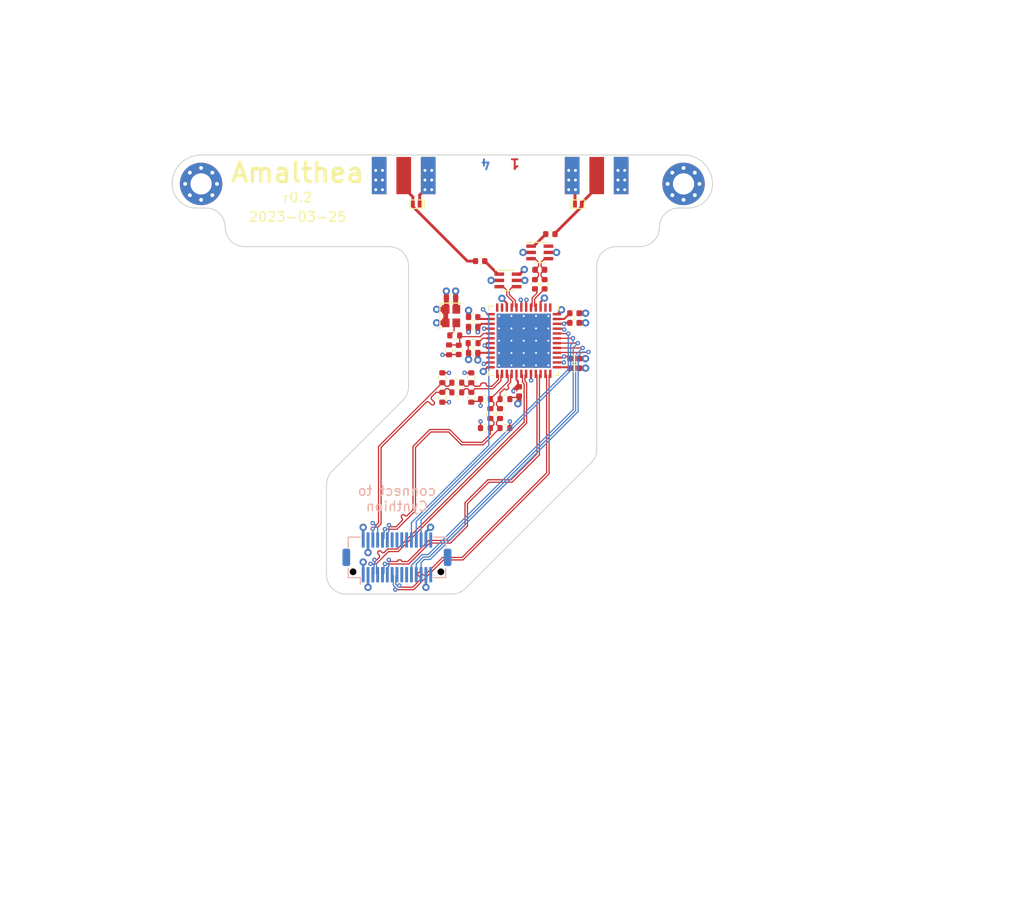
<source format=kicad_pcb>
(kicad_pcb (version 20221018) (generator pcbnew)
  (title_block (title "Amalthea") (date "2023-03-25") (rev "r0.2") (company "Copyright 2020-2023 Great Scott Gadgets") (comment 1 "Licensed under the CERN-OHL-P v2"))
  (layers (0 "F.Cu" signal) (1 "In1.Cu" power) (2 "In2.Cu" power) (31 "B.Cu" signal) (34 "B.Paste" user) (35 "F.Paste" user) (36 "B.SilkS" user "B.Silkscreen") (37 "F.SilkS" user "F.Silkscreen") (38 "B.Mask" user) (39 "F.Mask" user) (44 "Edge.Cuts" user))
  (net 0 "")
  (net 1 "+3V3")
  (net 2 "GND")
  (net 3 "Net-(U1-TCXO)")
  (net 4 "Net-(U1-AVDD1)")
  (net 5 "Net-(U1-AVDD0)")
  (net 6 "Net-(U1-DVDD)")
  (net 7 "Net-(T1-PR1)")
  (net 8 "/RF24_N")
  (net 9 "/RF24_P")
  (net 10 "Net-(T1-PR2)")
  (net 11 "/RF24")
  (net 12 "Net-(T1-S1)")
  (net 13 "/RF09")
  (net 14 "Net-(T2-UBP)")
  (net 16 "/PICO")
  (net 17 "/SCLK")
  (net 18 "/~{RSTN}")
  (net 21 "/RXD24_N")
  (net 22 "/RXD24_P")
  (net 23 "/RXCLK_N")
  (net 24 "/RXCLK_P")
  (net 25 "/TXD_N")
  (net 26 "/TXD_P")
  (net 27 "/TXCLK_P")
  (net 28 "/TXCLK_N")
  (net 29 "/RXD09_P")
  (net 30 "/RXD09_N")
  (net 35 "/IRQ")
  (net 36 "/~{SELN}")
  (net 37 "/POCI")
  (net 39 "Net-(U1-XTAL2)")
  (net 40 "Net-(U1-TXCLKN)")
  (net 41 "Net-(U1-TXCLKP)")
  (net 42 "Net-(U1-TXDN)")
  (net 43 "Net-(U1-TXDP)")
  (net 44 "Net-(U2-OUT)")
  (net 45 "/RF09_N")
  (net 46 "/RF09_P")
  (footprint "Capacitor_SMD:C_0402_1005Metric" (layer "F.Cu") (at 139.96 88.5 -90)
    (fp_text reference "C14" hide)
    (fp_text value "1uF")
  )
  (footprint "Capacitor_SMD:C_0402_1005Metric" (layer "F.Cu") (at 145.7 86.1)
    (fp_text reference "C6" hide)
    (fp_text value "1uF")
  )
  (footprint "Resistor_SMD:R_0402_1005Metric" (layer "F.Cu") (at 136.98 90.8 90)
    (fp_text reference "R13" hide)
    (fp_text value "47")
  )
  (footprint "RF_Converter:Balun_Johanson_0896BM15A0001" (layer "F.Cu") (at 138.8 77)
    (fp_text reference "T2" hide)
    (fp_text value "BALUN09")
  )
  (footprint "amalthea:DFN1006-2" (layer "F.Cu") (at 146.1 69.1)
    (fp_text reference "D1" hide)
    (fp_text value "D_TVS")
  )
  (footprint "Resistor_SMD:R_0402_1005Metric" (layer "F.Cu") (at 137.98 90.8 90)
    (fp_text reference "R16" hide)
    (fp_text value "47")
  )
  (footprint "Resistor_SMD:R_0402_1005Metric" (layer "F.Cu") (at 132 87.09 90)
    (fp_text reference "R9" hide)
    (fp_text value "R")
  )
  (footprint "Capacitor_SMD:C_0402_1005Metric" (layer "F.Cu") (at 145.7 80.4)
    (fp_text reference "C4" hide)
    (fp_text value "1uF")
  )
  (footprint "Capacitor_SMD:C_0402_1005Metric" (layer "F.Cu") (at 135.2 80.8 180)
    (fp_text reference "C5" hide)
    (fp_text value "1uF")
  )
  (footprint "Resistor_SMD:R_0402_1005Metric" (layer "F.Cu") (at 135 87.09 -90)
    (fp_text reference "R8" hide)
    (fp_text value "R")
  )
  (footprint "Resistor_SMD:R_0402_1005Metric" (layer "F.Cu") (at 133.29 82.7 180)
    (fp_text reference "R19" hide)
    (fp_text value "0")
  )
  (footprint "Capacitor_SMD:C_0402_1005Metric" (layer "F.Cu") (at 135.92 75)
    (fp_text reference "C10" hide)
    (fp_text value "1uF")
  )
  (footprint "Resistor_SMD:R_0402_1005Metric" (layer "F.Cu") (at 132.7 84.2 -90)
    (fp_text reference "R1" hide)
    (fp_text value "10k")
  )
  (footprint "Crystal:Crystal_SMD_2016-4Pin_2.0x1.6mm" (layer "F.Cu") (at 132.9 80.7 -90)
    (fp_text reference "U2" hide)
    (fp_text value "TCXO")
  )
  (footprint "Package_DFN_QFN:QFN-48-1EP_7x7mm_P0.5mm_EP5.6x5.6mm_ThermalVias" (layer "F.Cu") (at 140.4375 83.25 -90)
    (fp_text reference "U1" hide)
    (fp_text value "AT86RF215IQ")
  )
  (footprint "Resistor_SMD:R_0402_1005Metric" (layer "F.Cu") (at 135 89.11 90)
    (fp_text reference "R11" hide)
    (fp_text value "R")
  )
  (footprint "Resistor_SMD:R_0402_1005Metric" (layer "F.Cu") (at 133.5 87.6)
    (fp_text reference "R7" hide)
    (fp_text value "47")
  )
  (footprint "Resistor_SMD:R_0402_1005Metric" (layer "F.Cu") (at 132 89.11 -90)
    (fp_text reference "R12" hide)
    (fp_text value "R")
  )
  (footprint "Capacitor_SMD:C_0402_1005Metric" (layer "F.Cu") (at 132.9 78.8 180)
    (fp_text reference "C1" hide)
    (fp_text value "1uF")
  )
  (footprint "Inductor_SMD:L_0402_1005Metric" (layer "F.Cu") (at 142.1 75.9)
    (fp_text reference "L1" hide)
    (fp_text value "5.6nH")
  )
  (footprint "Capacitor_SMD:C_0402_1005Metric" (layer "F.Cu") (at 145.7 81.4)
    (fp_text reference "C2" hide)
    (fp_text value "1uF")
  )
  (footprint "Resistor_SMD:R_0402_1005Metric" (layer "F.Cu") (at 138.49 92.3)
    (fp_text reference "R18" hide)
    (fp_text value "R")
  )
  (footprint "Resistor_SMD:R_0402_1005Metric" (layer "F.Cu") (at 133.5 88.6)
    (fp_text reference "R10" hide)
    (fp_text value "47")
  )
  (footprint "Capacitor_SMD:C_0402_1005Metric" (layer "F.Cu") (at 142.6 77.4 90)
    (fp_text reference "C8" hide)
    (fp_text value "1.8pF")
  )
  (footprint "MountingHole:MountingHole_2.2mm_M2_Pad_Via" (layer "F.Cu") (at 157 67)
    (fp_text reference "H1" hide)
    (fp_text value "MountingHole")
  )
  (footprint "Capacitor_SMD:C_0402_1005Metric" (layer "F.Cu") (at 141.6 77.4 -90)
    (fp_text reference "C7" hide)
    (fp_text value "1.8pF")
  )
  (footprint "amalthea:SMA-EDGE" (layer "F.Cu") (at 148 64 -90)
    (fp_text reference "J2" hide)
    (fp_text value "SMA24")
  )
  (footprint "amalthea:SMA-EDGE" (layer "F.Cu") (at 128 64 -90)
    (fp_text reference "J3" hide)
    (fp_text value "SMA09")
  )
  (footprint "MountingHole:MountingHole_2.2mm_M2_Pad_Via" (layer "F.Cu") (at 107 67)
    (fp_text reference "H2" hide)
    (fp_text value "MountingHole")
  )
  (footprint "Capacitor_SMD:C_0402_1005Metric" (layer "F.Cu") (at 133.7 84.2 -90)
    (fp_text reference "C3" hide)
    (fp_text value "10pF")
  )
  (footprint "Resistor_SMD:R_0402_1005Metric" (layer "F.Cu") (at 138.49 89.3 180)
    (fp_text reference "R17" hide)
    (fp_text value "R")
  )
  (footprint "amalthea:DFN1006-2" (layer "F.Cu") (at 129.3 69.1 180)
    (fp_text reference "D2" hide)
    (fp_text value "D_TVS")
  )
  (footprint "Capacitor_SMD:C_0402_1005Metric" (layer "F.Cu") (at 135.2 81.8 180)
    (fp_text reference "C11" hide)
    (fp_text value "1uF")
  )
  (footprint "Resistor_SMD:R_0402_1005Metric" (layer "F.Cu") (at 135.19 83.5 180)
    (fp_text reference "R2" hide)
    (fp_text value "0")
  )
  (footprint "Capacitor_SMD:C_0402_1005Metric" (layer "F.Cu") (at 145.7 85.1)
    (fp_text reference "C12" hide)
    (fp_text value "1uF")
  )
  (footprint "Capacitor_SMD:C_0402_1005Metric" (layer "F.Cu") (at 135.2 84.5 180)
    (fp_text reference "C13" hide)
    (fp_text value "1uF")
  )
  (footprint "RF_Converter:Balun_Johanson_0896BM15A0001" (layer "F.Cu") (at 142.1 74.1)
    (fp_text reference "T1" hide)
    (fp_text value "BALUN24")
  )
  (footprint "Resistor_SMD:R_0402_1005Metric" (layer "F.Cu") (at 136.47 89.3)
    (fp_text reference "R14" hide)
    (fp_text value "R")
  )
  (footprint "Capacitor_SMD:C_0402_1005Metric" (layer "F.Cu") (at 143.2 72.2 180)
    (fp_text reference "C9" hide)
    (fp_text value "1uF")
  )
  (footprint "Resistor_SMD:R_0402_1005Metric" (layer "F.Cu") (at 136.47 92.3 180)
    (fp_text reference "R15" hide)
    (fp_text value "R")
  )
  (footprint "amalthea:Amphenol_10132797-03" (layer "B.Cu") (at 127.3 105.7 90)
    (fp_text reference "J1" hide)
    (fp_text value "MEZZANINE")
  )
  (gr_line (start 107 64) (end 157 64) (stroke (width 0.1)) (layer "Edge.Cuts"))
  (gr_arc (start 157 64) (mid 159.12132 64.87868) (end 160 67) (stroke (width 0.1)) (layer "Edge.Cuts"))
  (gr_line (start 120 107.5) (end 120 98.17) (stroke (width 0.1)) (layer "Edge.Cuts"))
  (gr_line (start 106.5 69.5) (end 107.5 69.5) (stroke (width 0.1)) (layer "Edge.Cuts"))
  (gr_arc (start 128.5 88) (mid 128.347759 88.765367) (end 127.914214 89.414214) (stroke (width 0.1)) (layer "Edge.Cuts"))
  (gr_arc (start 107.5 69.5) (mid 108.914214 70.085786) (end 109.5 71.5) (stroke (width 0.1)) (layer "Edge.Cuts"))
  (gr_line (start 148 75.5) (end 148 94.5) (stroke (width 0.1)) (layer "Edge.Cuts"))
  (gr_arc (start 122 109.5) (mid 120.585786 108.914214) (end 120 107.5) (stroke (width 0.1)) (layer "Edge.Cuts"))
  (gr_arc (start 106.5 69.5) (mid 104.732233 68.767767) (end 104 67) (stroke (width 0.1)) (layer "Edge.Cuts"))
  (gr_arc (start 104 67) (mid 104.87868 64.87868) (end 107 64) (stroke (width 0.1)) (layer "Edge.Cuts"))
  (gr_line (start 127.914214 89.414214) (end 120.585786 96.755786) (stroke (width 0.1)) (layer "Edge.Cuts"))
  (gr_line (start 133 109.5) (end 122 109.5) (stroke (width 0.1)) (layer "Edge.Cuts"))
  (gr_arc (start 148 75.5) (mid 148.585786 74.085786) (end 150 73.5) (stroke (width 0.1)) (layer "Edge.Cuts"))
  (gr_arc (start 154.5 71.5) (mid 155.085786 70.085786) (end 156.5 69.5) (stroke (width 0.1)) (layer "Edge.Cuts"))
  (gr_line (start 150 73.5) (end 152.5 73.5) (stroke (width 0.1)) (layer "Edge.Cuts"))
  (gr_arc (start 160 67) (mid 159.267767 68.767767) (end 157.5 69.5) (stroke (width 0.1)) (layer "Edge.Cuts"))
  (gr_line (start 157.5 69.5) (end 156.5 69.5) (stroke (width 0.1)) (layer "Edge.Cuts"))
  (gr_arc (start 126.5 73.5) (mid 127.914214 74.085786) (end 128.5 75.5) (stroke (width 0.1)) (layer "Edge.Cuts"))
  (gr_line (start 126.5 73.5) (end 111.5 73.5) (stroke (width 0.1)) (layer "Edge.Cuts"))
  (gr_arc (start 148 94.5) (mid 147.847759 95.265367) (end 147.414214 95.914214) (stroke (width 0.1)) (layer "Edge.Cuts"))
  (gr_line (start 147.414214 95.914214) (end 134.414214 108.914214) (stroke (width 0.1)) (layer "Edge.Cuts"))
  (gr_line (start 128.5 88) (end 128.5 75.5) (stroke (width 0.1)) (layer "Edge.Cuts"))
  (gr_arc (start 111.5 73.5) (mid 110.085786 72.914214) (end 109.5 71.5) (stroke (width 0.1)) (layer "Edge.Cuts"))
  (gr_arc (start 134.414214 108.914214) (mid 133.765367 109.34776) (end 133 109.5) (stroke (width 0.1)) (layer "Edge.Cuts"))
  (gr_arc (start 154.5 71.5) (mid 153.914214 72.914214) (end 152.5 73.5) (stroke (width 0.1)) (layer "Edge.Cuts"))
  (gr_arc (start 120 98.17) (mid 120.152241 97.404633) (end 120.585786 96.755786) (stroke (width 0.1)) (layer "Edge.Cuts"))
  (gr_text "1" (at 139.5 64.9 180) (layer "F.Cu") (effects (font (size 1 1) (thickness 0.2))))
  (gr_text "4" (at 136.5 64.9 180) (layer "B.Cu") (effects (font (size 1 1) (thickness 0.2))))
  (gr_text "connect to\nCynthion" (at 127.3 101) (layer "B.SilkS") (effects (font (size 1 1)) (justify bottom mirror)))
  (gr_text "${TITLE}" (at 117 67) (layer "F.SilkS") (effects (font (size 2 2) (thickness 0.35) bold) (justify bottom)))
  (gr_text "${REVISION}" (at 117 69) (layer "F.SilkS") (effects (font (size 1 1)) (justify bottom)))
  (gr_text "${ISSUE_DATE}" (at 117 71) (layer "F.SilkS") (effects (font (size 1 1)) (justify bottom)))
  (segment (start 139.84 87.9) (end 139.96 88.02) (width 0.2032) (layer "F.Cu") (net 1))
  (segment (start 139.84 88.02) (end 139.96 88.02) (width 0.508) (layer "F.Cu") (net 1))
  (segment (start 139.6875 86.6875) (end 139.6875 87.2975) (width 0.2032) (layer "F.Cu") (net 1))
  (segment (start 135.68 81.8) (end 135.68 82.35) (width 0.508) (layer "F.Cu") (net 1))
  (segment (start 143.875 85) (end 144.51 85) (width 0.2032) (layer "F.Cu") (net 1))
  (segment (start 135.75 81.8) (end 135.68 81.8) (width 0.2032) (layer "F.Cu") (net 1))
  (segment (start 139.39 88.47) (end 139.84 88.02) (width 0.508) (layer "F.Cu") (net 1))
  (segment (start 135.96 92.3) (end 135.96 91.61) (width 0.127) (layer "F.Cu") (net 1))
  (segment (start 133.38 78.8) (end 133.38 78.11) (width 0.508) (layer "F.Cu") (net 1))
  (segment (start 145.22 85.1) (end 145.01 84.89) (width 0.2032) (layer "F.Cu") (net 1))
  (segment (start 136.05 81.5) (end 135.75 81.8) (width 0.2032) (layer "F.Cu") (net 1))
  (segment (start 133.38 79.93) (end 133.45 80) (width 0.508) (layer "F.Cu") (net 1))
  (segment (start 139.84 87.45) (end 139.84 87.9) (width 0.2032) (layer "F.Cu") (net 1))
  (segment (start 145.22 81.4) (end 144.72 81.4) (width 0.2032) (layer "F.Cu") (net 1))
  (segment (start 139.6875 87.2975) (end 139.84 87.45) (width 0.2032) (layer "F.Cu") (net 1))
  (segment (start 135.68 84.5) (end 135.68 85.25) (width 0.508) (layer "F.Cu") (net 1))
  (segment (start 144.51 85) (end 144.62 84.89) (width 0.2032) (layer "F.Cu") (net 1))
  (segment (start 144.72 81.4) (end 144.62 81.5) (width 0.2032) (layer "F.Cu") (net 1))
  (segment (start 143.875 81.5) (end 144.62 81.5) (width 0.2032) (layer "F.Cu") (net 1))
  (segment (start 133.38 78.8) (end 133.38 79.93) (width 0.508) (layer "F.Cu") (net 1))
  (segment (start 145.01 84.89) (end 144.62 84.89) (width 0.2032) (layer "F.Cu") (net 1))
  (segment (start 137 81.5) (end 136.05 81.5) (width 0.2032) (layer "F.Cu") (net 1))
  (segment (start 137 84.5) (end 135.68 84.5) (width 0.2032) (layer "F.Cu") (net 1))
  (segment (start 139 92.3) (end 139 91.62) (width 0.127) (layer "F.Cu") (net 1))
  (segment (start 132 89.62) (end 132.69 89.62) (width 0.127) (layer "F.Cu") (net 1))
  (segment (start 132 86.58) (end 132.69 86.58) (width 0.127) (layer "F.Cu") (net 1))
  (via (at 144.62 81.5) (size 0.4572) (drill 0.2032) (layers "F.Cu" "B.Cu") (net 1))
  (via (at 132.69 89.62) (size 0.4572) (drill 0.2032) (layers "F.Cu" "B.Cu") (net 1))
  (via (at 139 91.62) (size 0.4572) (drill 0.2032) (layers "F.Cu" "B.Cu") (net 1))
  (via (at 135.68 85.25) (size 0.762) (drill 0.381) (layers "F.Cu" "B.Cu") (net 1))
  (via (at 139.39 88.47) (size 0.4572) (drill 0.2032) (layers "F.Cu" "B.Cu") (net 1))
  (via (at 132.69 86.58) (size 0.4572) (drill 0.2032) (layers "F.Cu" "B.Cu") (net 1))
  (via (at 123.8 106.19) (size 0.762) (drill 0.381) (layers "F.Cu" "B.Cu") (net 1))
  (via (at 133.38 78.11) (size 0.762) (drill 0.381) (layers "F.Cu" "B.Cu") (net 1))
  (via (at 144.62 84.89) (size 0.4572) (drill 0.2032) (layers "F.Cu" "B.Cu") (net 1))
  (via (at 135.68 82.35) (size 0.4572) (drill 0.2032) (layers "F.Cu" "B.Cu") (net 1))
  (via (at 123.8 102.59) (size 0.762) (drill 0.381) (layers "F.Cu" "B.Cu") (net 1))
  (via (at 135.96 91.61) (size 0.4572) (drill 0.2032) (layers "F.Cu" "B.Cu") (net 1))
  (segment (start 123.8 103.9) (end 123.8 102.59) (width 0.254) (layer "B.Cu") (net 1))
  (segment (start 123.8 107.5) (end 123.8 106.19) (width 0.254) (layer "B.Cu") (net 1))
  (segment (start 132.7 84.71) (end 132.02 84.71) (width 0.127) (layer "F.Cu") (net 2))
  (segment (start 146.18 81.4) (end 146.85 81.4) (width 0.508) (layer "F.Cu") (net 2))
  (segment (start 134.72 80.8) (end 134.72 80.1) (width 0.508) (layer "F.Cu") (net 2))
  (segment (start 139.81 89.13) (end 139.96 88.98) (width 0.127) (layer "F.Cu") (net 2))
  (segment (start 134.72 84.5) (end 134.72 85.2) (width 0.508) (layer "F.Cu") (net 2))
  (segment (start 134.68 84.46) (end 134.72 84.5) (width 0.127) (layer "F.Cu") (net 2))
  (segment (start 139 89.3) (end 139.17 89.13) (width 0.127) (layer "F.Cu") (net 2))
  (segment (start 129.65 68.15) (end 130.2 67.6) (width 0.3048) (layer "F.Cu") (net 2))
  (segment (start 139.17 89.13) (end 139.81 89.13) (width 0.127) (layer "F.Cu") (net 2))
  (segment (start 139.7 77) (end 140.54 77) (width 0.3048) (layer "F.Cu") (net 2))
  (segment (start 143 74.1) (end 143.84 74.1) (width 0.3048) (layer "F.Cu") (net 2))
  (segment (start 135.96 89.3) (end 135.96 89.99) (width 0.127) (layer "F.Cu") (net 2))
  (segment (start 137 83.5) (end 136.64 83.5) (width 0.2032) (layer "F.Cu") (net 2))
  (segment (start 143.875 85.5) (end 144.6 85.5) (width 0.2032) (layer "F.Cu") (net 2))
  (segment (start 141.2 74.1) (end 140.36 74.1) (width 0.3048) (layer "F.Cu") (net 2))
  (segment (start 144.55 82) (end 144.64 82.09) (width 0.2032) (layer "F.Cu") (net 2))
  (segment (start 132.35 81.4) (end 131.41 81.4) (width 0.508) (layer "F.Cu") (net 2))
  (segment (start 132.73 84.68) (end 132.7 84.71) (width 0.127) (layer "F.Cu") (net 2))
  (segment (start 145.75 69.1) (end 145.75 67.65) (width 0.3048) (layer "F.Cu") (net 2))
  (segment (start 136.69 86) (end 136.25 86.44) (width 0.2032) (layer "F.Cu") (net 2))
  (segment (start 137 86) (end 136.69 86) (width 0.2032) (layer "F.Cu") (net 2))
  (segment (start 132.42 79.93) (end 132.35 80) (width 0.508) (layer "F.Cu") (net 2))
  (segment (start 132.42 78.8) (end 132.42 78.11) (width 0.508) (layer "F.Cu") (net 2))
  (segment (start 141.1875 86.6875) (end 141.1875 87.3475) (width 0.2032) (layer "F.Cu") (net 2))
  (segment (start 142.1875 79.2225) (end 142.58 78.83) (width 0.2032) (layer "F.Cu") (net 2))
  (segment (start 136.38 85.57) (end 136.3 85.65) (width 0.2032) (layer "F.Cu") (net 2))
  (segment (start 140.1875 79.8125) (end 140.1875 79.0675) (width 0.2032) (layer "F.Cu") (net 2))
  (segment (start 139.7 76.35) (end 140.02 76.35) (width 0.3048) (layer "F.Cu") (net 2))
  (segment (start 135.73 89.53) (end 135.96 89.3) (width 0.127) (layer "F.Cu") (net 2))
  (segment (start 143.9 80.5) (end 144.35 80.05) (width 0.2032) (layer "F.Cu") (net 2))
  (segment (start 146.18 85.1) (end 146.84 85.1) (width 0.508) (layer "F.Cu") (net 2))
  (segment (start 143.875 80.5) (end 143.9 80.5) (width 0.2032) (layer "F.Cu") (net 2))
  (segment (start 136.62 85.5) (end 136.55 85.57) (width 0.2032) (layer "F.Cu") (net 2))
  (segment (start 146.84 86.1) (end 146.85 86.09) (width 0.508) (layer "F.Cu") (net 2))
  (segment (start 138.6875 79.8125) (end 138.6875 79.3675) (width 0.2032) (layer "F.Cu") (net 2))
  (segment (start 142.1875 79.8125) (end 142.1875 79.2225) (width 0.2032) (layer "F.Cu") (net 2))
  (segment (start 146.18 86.1) (end 146.84 86.1) (width 0.508) (layer "F.Cu") (net 2))
  (segment (start 141.1875 87.3475) (end 141.2 87.36) (width 0.2032) (layer "F.Cu") (net 2))
  (segment (start 134.72 81.8) (end 134.72 82.35) (width 0.508) (layer "F.Cu") (net 2))
  (segment (start 140.1875 79.0675) (end 140.13 79.01) (width 0.2032) (layer "F.Cu") (net 2))
  (segment (start 139.96 89.65) (end 139.83 89.78) (width 0.508) (layer "F.Cu") (net 2))
  (segment (start 137 85.5) (end 136.62 85.5) (width 0.2032) (layer "F.Cu") (net 2))
  (segment (start 135.09 89.53) (end 135.73 89.53) (width 0.127) (layer "F.Cu") (net 2))
  (segment (start 145.75 67.65) (end 145.8 67.6) (width 0.3048) (layer "F.Cu") (net 2))
  (segment (start 137.9 77) (end 137.06 77) (width 0.3048) (layer "F.Cu") (net 2))
  (segment (start 129.65 69.1) (end 129.65 68.15) (width 0.3048) (layer "F.Cu") (net 2))
  (segment (start 137 82) (end 136.32 82) (width 0.2032) (layer "F.Cu") (net 2))
  (segment (start 132.42 78.8) (end 132.42 79.93) (width 0.508) (layer "F.Cu") (net 2))
  (segment (start 133.7 84.68) (end 132.73 84.68) (width 0.127) (layer "F.Cu") (net 2))
  (segment (start 138.6875 79.3675) (end 138.18 78.86) (width 0.2032) (layer "F.Cu") (net 2))
  (segment (start 140.02 76.35) (end 140.5 75.87) (width 0.3048) (layer "F.Cu") (net 2))
  (segment (start 143.875 82) (end 144.55 82) (width 0.2032) (layer "F.Cu") (net 2))
  (segment (start 146.18 80.4) (end 146.85 80.4) (width 0.508) (layer "F.Cu") (net 2))
  (segment (start 135 89.62) (end 135.09 89.53) (width 0.127) (layer "F.Cu") (net 2))
  (segment (start 140.6875 79.0525) (end 140.72 79.02) (width 0.2032) (layer "F.Cu") (net 2))
  (segment (start 136.64 83.5) (end 136.39 83.75) (width 0.2032) (layer "F.Cu") (net 2))
  (segment (start 136.64 84) (end 136.39 83.75) (width 0.2032) (layer "F.Cu") (net 2))
  (segment (start 140.6875 79.8125) (end 140.6875 79.0525) (width 0.2032) (layer "F.Cu") (net 2))
  (segment (start 134.68 83.5) (end 134.68 84.46) (width 0.127) (layer "F.Cu") (net 2))
  (segment (start 136.55 85.57) (end 136.38 85.57) (width 0.2032) (layer "F.Cu") (net 2))
  (segment (start 132.35 80) (end 131.41 80) (width 0.508) (layer "F.Cu") (net 2))
  (segment (start 132.35 81.4) (end 132.35 80) (width 0.508) (layer "F.Cu") (net 2))
  (segment (start 139.96 88.98) (end 139.96 89.65) (width 0.508) (layer "F.Cu") (net 2))
  (segment (start 137 84) (end 136.64 84) (width 0.2032) (layer "F.Cu") (net 2))
  (segment (start 135 86.58) (end 134.31 86.58) (width 0.127) (layer "F.Cu") (net 2))
  (via (at 134.31 86.58) (size 0.4572) (drill 0.2032) (layers "F.Cu" "B.Cu") (net 2))
  (via (at 132.02 84.71) (size 0.4572) (drill 0.2032) (layers "F.Cu" "B.Cu") (net 2))
  (via (at 124.3 105.21) (size 0.762) (drill 0.381) (layers "F.Cu" "B.Cu") (net 2))
  (via (at 137.06 77) (size 0.762) (drill 0.381) (layers "F.Cu" "B.Cu") (net 2))
  (via (at 139.83 89.78) (size 0.762) (drill 0.381) (layers "F.Cu" "B.Cu") (net 2))
  (via (at 141.2 87.36) (size 0.4572) (drill 0.2032) (layers "F.Cu" "B.Cu") (net 2))
  (via (at 131.41 80) (size 0.762) (drill 0.381) (layers "F.Cu" "B.Cu") (net 2))
  (via (at 140.36 74.1) (size 0.762) (drill 0.381) (layers "F.Cu" "B.Cu") (net 2))
  (via (at 136.25 86.44) (size 0.762) (drill 0.381) (layers "F.Cu" "B.Cu") (net 2))
  (via (at 138.18 78.86) (size 0.762) (drill 0.381) (layers "F.Cu" "B.Cu") (net 2))
  (via (at 130.3 108.81) (size 0.762) (drill 0.381) (layers "F.Cu" "B.Cu") (net 2))
  (via (at 135.96 89.99) (size 0.4572) (drill 0.2032) (layers "F.Cu" "B.Cu") (net 2))
  (via (at 144.35 80.05) (size 0.762) (drill 0.381) (layers "F.Cu" "B.Cu") (net 2))
  (via (at 146.85 86.09) (size 0.762) (drill 0.381) (layers "F.Cu" "B.Cu") (net 2))
  (via (at 132.42 78.11) (size 0.762) (drill 0.381) (layers "F.Cu" "B.Cu") (net 2))
  (via (at 136.32 82) (size 0.4572) (drill 0.2032) (layers "F.Cu" "B.Cu") (net 2))
  (via (at 131.41 81.4) (size 0.762) (drill 0.381) (layers "F.Cu" "B.Cu") (net 2))
  (via (at 143.84 74.1) (size 0.762) (drill 0.381) (layers "F.Cu" "B.Cu") (net 2))
  (via (at 124.3 108.81) (size 0.762) (drill 0.381) (layers "F.Cu" "B.Cu") (net 2))
  (via (at 146.84 85.1) (size 0.762) (drill 0.381) (layers "F.Cu" "B.Cu") (net 2))
  (via (at 136.3 85.65) (size 0.4572) (drill 0.2032) (layers "F.Cu" "B.Cu") (net 2))
  (via (at 134.72 82.35) (size 0.4572) (drill 0.2032) (layers "F.Cu" "B.Cu") (net 2))
  (via (at 140.72 79.02) (size 0.4572) (drill 0.2032) (layers "F.Cu" "B.Cu") (net 2))
  (via (at 142.58 78.83) (size 0.762) (drill 0.381) (layers "F.Cu" "B.Cu") (net 2))
  (via (at 134.72 85.2) (size 0.762) (drill 0.381) (layers "F.Cu" "B.Cu") (net 2))
  (via (at 146.85 80.4) (size 0.762) (drill 0.381) (layers "F.Cu" "B.Cu") (net 2))
  (via (at 130.78 102.5925) (size 0.762) (drill 0.381) (layers "F.Cu" "B.Cu") (net 2))
  (via (at 140.13 79.01) (size 0.4572) (drill 0.2032) (layers "F.Cu" "B.Cu") (net 2))
  (via (at 140.54 77) (size 0.762) (drill 0.381) (layers "F.Cu" "B.Cu") (net 2))
  (via (at 140.5 75.87) (size 0.762) (drill 0.381) (layers "F.Cu" "B.Cu") (net 2))
  (via (at 144.6 85.5) (size 0.4572) (drill 0.2032) (layers "F.Cu" "B.Cu") (net 2))
  (via (at 146.85 81.4) (size 0.762) (drill 0.381) (layers "F.Cu" "B.Cu") (net 2))
  (via (at 144.64 82.09) (size 0.4572) (drill 0.2032) (layers "F.Cu" "B.Cu") (net 2))
  (via (at 134.72 80.1) (size 0.762) (drill 0.381) (layers "F.Cu" "B.Cu") (net 2))
  (via (at 136.39 83.75) (size 0.4572) (drill 0.2032) (layers "F.Cu" "B.Cu") (net 2))
  (segment (start 130.3 107.5) (end 130.3 108.81) (width 0.254) (layer "B.Cu") (net 2))
  (segment (start 130.3 103.0725) (end 130.78 102.5925) (width 0.254) (layer "B.Cu") (net 2))
  (segment (start 130.3 103.9) (end 130.3 103.0725) (width 0.254) (layer "B.Cu") (net 2))
  (segment (start 124.3 103.9) (end 124.3 105.21) (width 0.254) (layer "B.Cu") (net 2))
  (segment (start 124.3 107.5) (end 124.3 108.81) (width 0.254) (layer "B.Cu") (net 2))
  (segment (start 133.8 82.7) (end 133.8 83.62) (width 0.127) (layer "F.Cu") (net 3))
  (segment (start 136.26 82.5) (end 135.93 82.83) (width 0.127) (layer "F.Cu") (net 3))
  (segment (start 133.8 83.62) (end 133.7 83.72) (width 0.127) (layer "F.Cu") (net 3))
  (segment (start 137 82.5) (end 136.26 82.5) (width 0.127) (layer "F.Cu") (net 3))
  (segment (start 135.93 82.83) (end 133.93 82.83) (width 0.127) (layer "F.Cu") (net 3))
  (segment (start 133.93 82.83) (end 133.8 82.7) (width 0.127) (layer "F.Cu") (net 3))
  (segment (start 133.67 83.69) (end 133.7 83.72) (width 0.127) (layer "F.Cu") (net 3))
  (segment (start 132.7 83.69) (end 133.67 83.69) (width 0.127) (layer "F.Cu") (net 3))
  (segment (start 143.875 81) (end 144.62 81) (width 0.2032) (layer "F.Cu") (net 4))
  (segment (start 144.62 81) (end 145.22 80.4) (width 0.2032) (layer "F.Cu") (net 4))
  (segment (start 137 81) (end 135.88 81) (width 0.2032) (layer "F.Cu") (net 5))
  (segment (start 135.88 81) (end 135.68 80.8) (width 0.2032) (layer "F.Cu") (net 5))
  (segment (start 143.875 86) (end 145.12 86) (width 0.2032) (layer "F.Cu") (net 6))
  (segment (start 145.12 86) (end 145.22 86.1) (width 0.2032) (layer "F.Cu") (net 6))
  (segment (start 141.6 74.75) (end 141.2 74.75) (width 0.127) (layer "F.Cu") (net 7))
  (segment (start 141.6 76.92) (end 141.97 76.55) (width 0.127) (layer "F.Cu") (net 7))
  (segment (start 141.97 76.55) (end 141.97 76.255) (width 0.127) (layer "F.Cu") (net 7))
  (segment (start 141.98 75.535) (end 141.98 75.13) (width 0.127) (layer "F.Cu") (net 7))
  (segment (start 141.98 75.13) (end 141.6 74.75) (width 0.127) (layer "F.Cu") (net 7))
  (segment (start 141.97 76.255) (end 141.615 75.9) (width 0.127) (layer "F.Cu") (net 7))
  (segment (start 141.615 75.9) (end 141.98 75.535) (width 0.127) (layer "F.Cu") (net 7))
  (segment (start 141.310499 78.81029) (end 141.310499 79.689501) (width 0.127) (layer "F.Cu") (net 8))
  (segment (start 141.8 78.320789) (end 141.8 78.08) (width 0.127) (layer "F.Cu") (net 8))
  (segment (start 141.310499 79.689501) (end 141.1875 79.8125) (width 0.127) (layer "F.Cu") (net 8))
  (segment (start 141.8 78.08) (end 141.6 77.88) (width 0.127) (layer "F.Cu") (net 8))
  (segment (start 141.310499 78.81029) (end 141.8 78.320789) (width 0.127) (layer "F.Cu") (net 8))
  (segment (start 141.564501 78.915499) (end 141.564501 79.689501) (width 0.127) (layer "F.Cu") (net 9))
  (segment (start 142.6 77.88) (end 141.564501 78.915499) (width 0.127) (layer "F.Cu") (net 9))
  (segment (start 141.564501 79.689501) (end 141.6875 79.8125) (width 0.127) (layer "F.Cu") (net 9))
  (segment (start 142.234 75.106) (end 142.59 74.75) (width 0.127) (layer "F.Cu") (net 10))
  (segment (start 142.59 74.75) (end 143 74.75) (width 0.127) (layer "F.Cu") (net 10))
  (segment (start 142.6 76.92) (end 142.23 76.55) (width 0.127) (layer "F.Cu") (net 10))
  (segment (start 142.234 75.549) (end 142.234 75.106) (width 0.127) (layer "F.Cu") (net 10))
  (segment (start 142.23 76.255) (end 142.585 75.9) (width 0.127) (layer "F.Cu") (net 10))
  (segment (start 142.585 75.9) (end 142.234 75.549) (width 0.127) (layer "F.Cu") (net 10))
  (segment (start 142.23 76.55) (end 142.23 76.255) (width 0.127) (layer "F.Cu") (net 10))
  (segment (start 148 67.4) (end 146.45 68.95) (width 0.29337) (layer "F.Cu") (net 11))
  (segment (start 143.68 72.12) (end 143.68 72.2) (width 0.29337) (layer "F.Cu") (net 11))
  (segment (start 146.45 68.95) (end 146.45 69.1) (width 0.29337) (layer "F.Cu") (net 11))
  (segment (start 146.45 69.1) (end 146.45 69.35) (width 0.29337) (layer "F.Cu") (net 11))
  (segment (start 148 66.132) (end 148 67.4) (width 0.29337) (layer "F.Cu") (net 11))
  (segment (start 146.45 69.35) (end 143.68 72.12) (width 0.29337) (layer "F.Cu") (net 11))
  (segment (start 141.2 73.45) (end 141.47 73.45) (width 0.29337) (layer "F.Cu") (net 12))
  (segment (start 141.47 73.45) (end 142.72 72.2) (width 0.29337) (layer "F.Cu") (net 12))
  (segment (start 134.6 75) (end 128.95 69.35) (width 0.29337) (layer "F.Cu") (net 13))
  (segment (start 128.95 69.1) (end 128.95 68.35) (width 0.29337) (layer "F.Cu") (net 13))
  (segment (start 128.95 69.35) (end 128.95 69.1) (width 0.29337) (layer "F.Cu") (net 13))
  (segment (start 135.44 75) (end 134.6 75) (width 0.29337) (layer "F.Cu") (net 13))
  (segment (start 128.95 68.35) (end 128 67.4) (width 0.29337) (layer "F.Cu") (net 13))
  (segment (start 128 67.4) (end 128 66.132) (width 0.29337) (layer "F.Cu") (net 13))
  (segment (start 137.9 76.35) (end 137.75 76.35) (width 0.29337) (layer "F.Cu") (net 14))
  (segment (start 137.75 76.35) (end 136.4 75) (width 0.29337) (layer "F.Cu") (net 14))
  (segment (start 143.875 83) (end 145.54 83) (width 0.127) (layer "F.Cu") (net 16))
  (via (at 145.54 83) (size 0.4572) (drill 0.2032) (layers "F.Cu" "B.Cu") (net 16))
  (segment (start 129.8 101.82921) (end 129.8 103.9) (width 0.127) (layer "B.Cu") (net 16))
  (segment (start 145.31 83.68) (end 145.31 86.31921) (width 0.127) (layer "B.Cu") (net 16))
  (segment (start 145.54 83) (end 145.54 83.45) (width 0.127) (layer "B.Cu") (net 16))
  (segment (start 145.31 86.31921) (end 129.8 101.82921) (width 0.127) (layer "B.Cu") (net 16))
  (segment (start 145.54 83.45) (end 145.31 83.68) (width 0.127) (layer "B.Cu") (net 16))
  (segment (start 143.875 84) (end 146.54 84) (width 0.127) (layer "F.Cu") (net 17))
  (via (at 146.54 84) (size 0.4572) (drill 0.2032) (layers "F.Cu" "B.Cu") (net 17))
  (segment (start 145.818 90.49121) (end 145.818 84.722) (width 0.127) (layer "B.Cu") (net 17))
  (segment (start 145.818 84.722) (end 146.54 84) (width 0.127) (layer "B.Cu") (net 17))
  (segment (start 129.3 107.5) (end 129.3 106.38921) (width 0.127) (layer "B.Cu") (net 17))
  (segment (start 129.3 106.38921) (end 130.02321 105.666) (width 0.127) (layer "B.Cu") (net 17))
  (segment (start 130.02321 105.666) (end 130.64321 105.666) (width 0.127) (layer "B.Cu") (net 17))
  (segment (start 130.64321 105.666) (end 145.818 90.49121) (width 0.127) (layer "B.Cu") (net 17))
  (segment (start 136.71 80.5) (end 136.22 80.01) (width 0.127) (layer "F.Cu") (net 18))
  (segment (start 137 80.5) (end 136.71 80.5) (width 0.127) (layer "F.Cu") (net 18))
  (via (at 136.22 80.01) (size 0.4572) (drill 0.2032) (layers "F.Cu" "B.Cu") (net 18))
  (segment (start 136.8215 80.6115) (end 136.8215 94.08929) (width 0.127) (layer "B.Cu") (net 18))
  (segment (start 128.8 102.11079) (end 128.8 103.9) (width 0.127) (layer "B.Cu") (net 18))
  (segment (start 136.22 80.01) (end 136.8215 80.6115) (width 0.127) (layer "B.Cu") (net 18))
  (segment (start 136.8215 94.08929) (end 128.8 102.11079) (width 0.127) (layer "B.Cu") (net 18))
  (segment (start 142.810499 96.939501) (end 142.810499 86.810499) (width 0.127) (layer "F.Cu") (net 21))
  (segment (start 129.500338 107.294651) (end 129.500338 107.294652) (width 0.127) (layer "F.Cu") (net 21))
  (segment (start 127.546546 108.623454) (end 127.716092 108.793) (width 0.127) (layer "F.Cu") (net 21))
  (segment (start 129.783182 107.294651) (end 129.967846 107.479315) (width 0.127) (layer "F.Cu") (net 21))
  (segment (start 130.250689 107.479316) (end 130.250688 107.479316) (width 0.127) (layer "F.Cu") (net 21))
  (segment (start 142.810499 86.810499) (end 142.6875 86.6875) (width 0.127) (layer "F.Cu") (net 21))
  (segment (start 130.250688 107.479316) (end 130.250687 107.479314) (width 0.127) (layer "F.Cu") (net 21))
  (segment (start 129.783181 107.294651) (end 129.783182 107.294651) (width 0.127) (layer "F.Cu") (net 21))
  (segment (start 132.017 105.713) (end 134.037 105.713) (width 0.127) (layer "F.Cu") (net 21))
  (segment (start 128.937 108.793) (end 129.685 108.045) (width 0.127) (layer "F.Cu") (net 21))
  (segment (start 129.500336 107.294652) (end 129.500338 107.294651) (width 0.127) (layer "F.Cu") (net 21))
  (segment (start 134.037 105.713) (end 142.810499 96.939501) (width 0.127) (layer "F.Cu") (net 21))
  (segment (start 130.250687 107.479314) (end 132.017 105.713) (width 0.127) (layer "F.Cu") (net 21))
  (segment (start 129.685 107.762158) (end 129.500337 107.577495) (width 0.127) (layer "F.Cu") (net 21))
  (segment (start 127.716092 108.793) (end 128.937 108.793) (width 0.127) (layer "F.Cu") (net 21))
  (via (at 127.546546 108.623454) (size 0.4572) (drill 0.2032) (layers "F.Cu" "B.Cu") (net 21))
  (arc (start 129.685 108.045) (mid 129.743579 107.903578) (end 129.685 107.762158) (width 0.127) (layer "F.Cu") (net 21))
  (arc (start 129.500337 107.577495) (mid 129.441758 107.436074) (end 129.500336 107.294652) (width 0.127) (layer "F.Cu") (net 21))
  (arc (start 129.500338 107.294652) (mid 129.641759 107.236073) (end 129.783181 107.294651) (width 0.127) (layer "F.Cu") (net 21))
  (arc (start 129.967846 107.479315) (mid 130.109267 107.537894) (end 130.250689 107.479316) (width 0.127) (layer "F.Cu") (net 21))
  (segment (start 127.31306 108.623454) (end 127.546546 108.623454) (width 0.127) (layer "B.Cu") (net 21))
  (segment (start 127.177001 108.487395) (end 127.31306 108.623454) (width 0.127) (layer "B.Cu") (net 21))
  (segment (start 127.3 107.5) (end 127.177001 107.622999) (width 0.127) (layer "B.Cu") (net 21))
  (segment (start 127.177001 107.622999) (end 127.177001 108.487395) (width 0.127) (layer "B.Cu") (net 21))
  (segment (start 143.064501 86.810499) (end 143.1875 86.6875) (width 0.127) (layer "F.Cu") (net 22))
  (segment (start 132.123 105.967) (end 134.143 105.967) (width 0.127) (layer "F.Cu") (net 22))
  (segment (start 143.064501 97.045499) (end 143.064501 86.810499) (width 0.127) (layer "F.Cu") (net 22))
  (segment (start 134.143 105.967) (end 143.064501 97.045499) (width 0.127) (layer "F.Cu") (net 22))
  (segment (start 129.043 109.047) (end 132.123 105.967) (width 0.127) (layer "F.Cu") (net 22))
  (segment (start 127.133454 109.036546) (end 127.143908 109.047) (width 0.127) (layer "F.Cu") (net 22))
  (segment (start 127.143908 109.047) (end 129.043 109.047) (width 0.127) (layer "F.Cu") (net 22))
  (via (at 127.133454 109.036546) (size 0.4572) (drill 0.2032) (layers "F.Cu" "B.Cu") (net 22))
  (segment (start 126.922999 108.592605) (end 127.133454 108.80306) (width 0.127) (layer "B.Cu") (net 22))
  (segment (start 126.922999 107.622999) (end 126.922999 108.592605) (width 0.127) (layer "B.Cu") (net 22))
  (segment (start 127.133454 108.80306) (end 127.133454 109.036546) (width 0.127) (layer "B.Cu") (net 22))
  (segment (start 126.8 107.5) (end 126.922999 107.622999) (width 0.127) (layer "B.Cu") (net 22))
  (segment (start 139.117 97.663) (end 141.810499 94.969501) (width 0.127) (layer "F.Cu") (net 23))
  (segment (start 141.810499 94.969501) (end 141.810499 86.810499) (width 0.127) (layer "F.Cu") (net 23))
  (segment (start 127.85525 106.133) (end 128.09 106.133) (width 0.127) (layer "F.Cu") (net 23))
  (segment (start 127.772625 106.050374) (end 127.772625 106.050375) (width 0.127) (layer "F.Cu") (net 23))
  (segment (start 127.45525 105.967749) (end 127.69 105.967749) (width 0.127) (layer "F.Cu") (net 23))
  (segment (start 134.353 100.027) (end 136.717 97.663) (width 0.127) (layer "F.Cu") (net 23))
  (segment (start 130.600394 103.95) (end 132.76 103.95) (width 0.127) (layer "F.Cu") (net 23))
  (segment (start 136.717 97.663) (end 139.117 97.663) (width 0.127) (layer "F.Cu") (net 23))
  (segment (start 141.810499 86.810499) (end 141.6875 86.6875) (width 0.127) (layer "F.Cu") (net 23))
  (segment (start 128.417394 106.133) (end 130.600394 103.95) (width 0.127) (layer "F.Cu") (net 23))
  (segment (start 128.09 106.133) (end 128.417394 106.133) (width 0.127) (layer "F.Cu") (net 23))
  (segment (start 127.372625 106.050375) (end 127.372625 106.050374) (width 0.127) (layer "F.Cu") (net 23))
  (segment (start 126.626092 106.133) (end 127.29 106.133) (width 0.127) (layer "F.Cu") (net 23))
  (segment (start 132.76 103.95) (end 134.353 102.357) (width 0.127) (layer "F.Cu") (net 23))
  (segment (start 134.353 102.357) (end 134.353 100.027) (width 0.127) (layer "F.Cu") (net 23))
  (segment (start 126.456546 105.963454) (end 126.626092 106.133) (width 0.127) (layer "F.Cu") (net 23))
  (via (at 126.456546 105.963454) (size 0.4572) (drill 0.2032) (layers "F.Cu" "B.Cu") (net 23))
  (arc (start 127.69 105.967749) (mid 127.748425 105.991949) (end 127.772625 106.050374) (width 0.127) (layer "F.Cu") (net 23))
  (arc (start 127.29 106.133) (mid 127.348425 106.1088) (end 127.372625 106.050375) (width 0.127) (layer "F.Cu") (net 23))
  (arc (start 127.772625 106.050375) (mid 127.796825 106.1088) (end 127.85525 106.133) (width 0.127) (layer "F.Cu") (net 23))
  (arc (start 127.372625 106.050374) (mid 127.396825 105.991949) (end 127.45525 105.967749) (width 0.127) (layer "F.Cu") (net 23))
  (segment (start 126.462554 105.969462) (end 126.456546 105.963454) (width 0.127) (layer "B.Cu") (net 23))
  (segment (start 126.3 107.5) (end 126.3 106.76) (width 0.127) (layer "B.Cu") (net 23))
  (segment (start 126.462554 106.597446) (end 126.462554 105.969462) (width 0.127) (layer "B.Cu") (net 23))
  (segment (start 126.3 106.76) (end 126.462554 106.597446) (width 0.127) (layer "B.Cu") (net 23))
  (segment (start 126.053908 106.387) (end 128.522606 106.387) (width 0.127) (layer "F.Cu") (net 24))
  (segment (start 134.607 100.133) (end 136.823 97.917) (width 0.127) (layer "F.Cu") (net 24))
  (segment (start 139.233 97.917) (end 142.064501 95.085499) (width 0.127) (layer "F.Cu") (net 24))
  (segment (start 136.823 97.917) (end 139.233 97.917) (width 0.127) (layer "F.Cu") (net 24))
  (segment (start 142.064501 86.810499) (end 142.1875 86.6875) (width 0.127) (layer "F.Cu") (net 24))
  (segment (start 142.064501 95.085499) (end 142.064501 86.810499) (width 0.127) (layer "F.Cu") (net 24))
  (segment (start 130.689606 104.22) (end 132.85 104.22) (width 0.127) (layer "F.Cu") (net 24))
  (segment (start 132.85 104.22) (end 134.607 102.463) (width 0.127) (layer "F.Cu") (net 24))
  (segment (start 134.607 102.463) (end 134.607 100.133) (width 0.127) (layer "F.Cu") (net 24))
  (segment (start 126.043454 106.376546) (end 126.053908 106.387) (width 0.127) (layer "F.Cu") (net 24))
  (segment (start 128.522606 106.387) (end 130.689606 104.22) (width 0.127) (layer "F.Cu") (net 24))
  (via (at 126.043454 106.376546) (size 0.4572) (drill 0.2032) (layers "F.Cu" "B.Cu") (net 24))
  (segment (start 125.96 107.34) (end 125.96 106.46) (width 0.127) (layer "B.Cu") (net 24))
  (segment (start 125.96 106.46) (end 126.043454 106.376546) (width 0.127) (layer "B.Cu") (net 24))
  (segment (start 125.8 107.5) (end 125.96 107.34) (width 0.127) (layer "B.Cu") (net 24))
  (segment (start 127.804886 101.339202) (end 127.804887 101.3392) (width 0.127) (layer "F.Cu") (net 25))
  (segment (start 126.636092 102.533) (end 127.197 102.533) (width 0.127) (layer "F.Cu") (net 25))
  (segment (start 128.380688 101.349315) (end 128.380688 101.349316) (width 0.127) (layer "F.Cu") (net 25))
  (segment (start 136.140789 93.78) (end 136.98 92.940789) (width 0.127) (layer "F.Cu") (net 25))
  (segment (start 127.815 101.632158) (end 127.804886 101.622044) (width 0.127) (layer "F.Cu") (net 25))
  (segment (start 136.98 92.940789) (end 136.98 92.3) (width 0.127) (layer "F.Cu") (net 25))
  (segment (start 127.197 102.533) (end 127.815 101.915) (width 0.127) (layer "F.Cu") (net 25))
  (segment (start 128.380688 101.349316) (end 128.380687 101.349314) (width 0.127) (layer "F.Cu") (net 25))
  (segment (start 128.380687 101.349314) (end 128.96 100.77) (width 0.127) (layer "F.Cu") (net 25))
  (segment (start 130.707 92.453) (end 132.752606 92.453) (width 0.127) (layer "F.Cu") (net 25))
  (segment (start 134.079606 93.78) (end 136.140789 93.78) (width 0.127) (layer "F.Cu") (net 25))
  (segment (start 127.804887 101.3392) (end 127.804887 101.339201) (width 0.127) (layer "F.Cu") (net 25))
  (segment (start 132.752606 92.453) (end 134.079606 93.78) (width 0.127) (layer "F.Cu") (net 25))
  (segment (start 137.352999 91.682999) (end 137.352999 91.927001) (width 0.127) (layer "F.Cu") (net 25))
  (segment (start 128.087731 101.3392) (end 128.097846 101.349315) (width 0.127) (layer "F.Cu") (net 25))
  (segment (start 137.352999 91.927001) (end 136.98 92.3) (width 0.127) (layer "F.Cu") (net 25))
  (segment (start 128.96 94.2) (end 130.707 92.453) (width 0.127) (layer "F.Cu") (net 25))
  (segment (start 136.98 91.31) (end 137.352999 91.682999) (width 0.127) (layer "F.Cu") (net 25))
  (segment (start 128.96 100.77) (end 128.96 94.2) (width 0.127) (layer "F.Cu") (net 25))
  (segment (start 128.08773 101.3392) (end 128.087731 101.3392) (width 0.127) (layer "F.Cu") (net 25))
  (segment (start 126.466546 102.363454) (end 126.636092 102.533) (width 0.127) (layer "F.Cu") (net 25))
  (via (at 126.466546 102.363454) (size 0.4572) (drill 0.2032) (layers "F.Cu" "B.Cu") (net 25))
  (arc (start 128.097846 101.349315) (mid 128.239266 101.407894) (end 128.380688 101.349315) (width 0.127) (layer "F.Cu") (net 25))
  (arc (start 127.804886 101.622044) (mid 127.746309 101.480622) (end 127.804886 101.339202) (width 0.127) (layer "F.Cu") (net 25))
  (arc (start 127.815 101.915) (mid 127.873579 101.773578) (end 127.815 101.632158) (width 0.127) (layer "F.Cu") (net 25))
  (arc (start 127.804887 101.339201) (mid 127.946308 101.280622) (end 128.08773 101.3392) (width 0.127) (layer "F.Cu") (net 25))
  (segment (start 126.3 103.16) (end 126.472554 102.987446) (width 0.127) (layer "B.Cu") (net 25))
  (segment (start 126.3 103.9) (end 126.3 103.16) (width 0.127) (layer "B.Cu") (net 25))
  (segment (start 126.472554 102.369462) (end 126.466546 102.363454) (width 0.127) (layer "B.Cu") (net 25))
  (segment (start 126.472554 102.987446) (end 126.472554 102.369462) (width 0.127) (layer "B.Cu") (net 25))
  (segment (start 127.303 102.787) (end 129.22 100.87) (width 0.127) (layer "F.Cu") (net 26))
  (segment (start 136.246 94.034) (end 137.98 92.3) (width 0.127) (layer "F.Cu") (net 26))
  (segment (start 132.647394 92.707) (end 133.974394 94.034) (width 0.127) (layer "F.Cu") (net 26))
  (segment (start 137.607001 91.927001) (end 137.98 92.3) (width 0.127) (layer "F.Cu") (net 26))
  (segment (start 129.22 100.87) (end 129.22 94.31) (width 0.127) (layer "F.Cu") (net 26))
  (segment (start 130.823 92.707) (end 132.647394 92.707) (width 0.127) (layer "F.Cu") (net 26))
  (segment (start 129.22 94.31) (end 130.823 92.707) (width 0.127) (layer "F.Cu") (net 26))
  (segment (start 133.974394 94.034) (end 136.246 94.034) (width 0.127) (layer "F.Cu") (net 26))
  (segment (start 137.98 91.31) (end 137.607001 91.682999) (width 0.127) (layer "F.Cu") (net 26))
  (segment (start 126.053454 102.776546) (end 126.063908 102.787) (width 0.127) (layer "F.Cu") (net 26))
  (segment (start 137.607001 91.682999) (end 137.607001 91.927001) (width 0.127) (layer "F.Cu") (net 26))
  (segment (start 126.063908 102.787) (end 127.303 102.787) (width 0.127) (layer "F.Cu") (net 26))
  (via (at 126.053454 102.776546) (size 0.4572) (drill 0.2032) (layers "F.Cu" "B.Cu") (net 26))
  (segment (start 125.96 103.74) (end 125.96 102.87) (width 0.127) (layer "B.Cu") (net 26))
  (segment (start 125.8 103.9) (end 125.96 103.74) (width 0.127) (layer "B.Cu") (net 26))
  (segment (start 125.96 102.87) (end 126.053454 102.776546) (width 0.127) (layer "B.Cu") (net 26))
  (segment (start 131.359211 88.6) (end 130.899605 89.059606) (width 0.127) (layer "F.Cu") (net 27))
  (segment (start 132 88.6) (end 131.359211 88.6) (width 0.127) (layer "F.Cu") (net 27))
  (segment (start 130.333919 89.625295) (end 130.33392 89.625294) (width 0.127) (layer "F.Cu") (net 27))
  (segment (start 130.33392 89.625294) (end 125.65 94.309211) (width 0.127) (layer "F.Cu") (net 27))
  (segment (start 131.128682 89.85437) (end 131.128683 89.85437) (width 0.127) (layer "F.Cu") (net 27))
  (segment (start 130.845839 89.854371) (end 130.616762 89.625294) (width 0.127) (layer "F.Cu") (net 27))
  (segment (start 131.128681 89.854371) (end 131.128682 89.85437) (width 0.127) (layer "F.Cu") (net 27))
  (segment (start 132.617001 88.227001) (end 132.372999 88.227001) (width 0.127) (layer "F.Cu") (net 27))
  (segment (start 130.899604 89.34245) (end 131.128682 89.571528) (width 0.127) (layer "F.Cu") (net 27))
  (segment (start 130.899605 89.34245) (end 130.899604 89.34245) (width 0.127) (layer "F.Cu") (net 27))
  (segment (start 125.65 94.309211) (end 125.65 102.23) (width 0.127) (layer "F.Cu") (net 27))
  (segment (start 132.99 88.6) (end 132.617001 88.227001) (width 0.127) (layer "F.Cu") (net 27))
  (segment (start 130.84584 89.854371) (end 130.845839 89.854371) (width 0.127) (layer "F.Cu") (net 27))
  (segment (start 125.302999 102.577001) (end 124.955099 102.577001) (width 0.127) (layer "F.Cu") (net 27))
  (segment (start 132.372999 88.227001) (end 132 88.6) (width 0.127) (layer "F.Cu") (net 27))
  (segment (start 124.955099 102.577001) (end 124.79 102.7421) (width 0.127) (layer "F.Cu") (net 27))
  (segment (start 125.65 102.23) (end 125.302999 102.577001) (width 0.127) (layer "F.Cu") (net 27))
  (via (at 124.79 102.7421) (size 0.4572) (drill 0.2032) (layers "F.Cu" "B.Cu") (net 27))
  (arc (start 131.128683 89.85437) (mid 130.987262 89.912949) (end 130.84584 89.854371) (width 0.127) (layer "F.Cu") (net 27))
  (arc (start 130.616762 89.625294) (mid 130.47534 89.566716) (end 130.333919 89.625295) (width 0.127) (layer "F.Cu") (net 27))
  (arc (start 131.128682 89.571528) (mid 131.18726 89.71295) (end 131.128681 89.854371) (width 0.127) (layer "F.Cu") (net 27))
  (arc (start 130.899605 89.059606) (mid 130.841025 89.201029) (end 130.899605 89.34245) (width 0.127) (layer "F.Cu") (net 27))
  (segment (start 124.8 103.9) (end 124.8 102.7521) (width 0.127) (layer "B.Cu") (net 27))
  (segment (start 124.8 102.7521) (end 124.79 102.7421) (width 0.127) (layer "B.Cu") (net 27))
  (segment (start 125.39 102.13) (end 125.197001 102.322999) (width 0.127) (layer "F.Cu") (net 28))
  (segment (start 132 87.6) (end 125.39 94.21) (width 0.127) (layer "F.Cu") (net 28))
  (segment (start 125.39 94.21) (end 125.39 102.13) (width 0.127) (layer "F.Cu") (net 28))
  (segment (start 132.372999 87.972999) (end 132 87.6) (width 0.127) (layer "F.Cu") (net 28))
  (segment (start 124.955099 102.322999) (end 124.79 102.1579) (width 0.127) (layer "F.Cu") (net 28))
  (segment (start 125.197001 102.322999) (end 124.955099 102.322999) (width 0.127) (layer "F.Cu") (net 28))
  (segment (start 132.99 87.6) (end 132.617001 87.972999) (width 0.127) (layer "F.Cu") (net 28))
  (segment (start 132.617001 87.972999) (end 132.372999 87.972999) (width 0.127) (layer "F.Cu") (net 28))
  (via (at 124.79 102.1579) (size 0.4572) (drill 0.2032) (layers "F.Cu" "B.Cu") (net 28))
  (segment (start 125.3 103.9) (end 125.3 102.66) (width 0.127) (layer "B.Cu") (net 28))
  (segment (start 125.3 102.66) (end 124.7979 102.1579) (width 0.127) (layer "B.Cu") (net 28))
  (segment (start 124.7979 102.1579) (end 124.79 102.1579) (width 0.127) (layer "B.Cu") (net 28))
  (segment (start 127.429606 105.1) (end 126.43 105.1) (width 0.127) (layer "F.Cu") (net 29))
  (segment (start 140.564501 87.454895) (end 140.737 87.627394) (width 0.127) (layer "F.Cu") (net 29))
  (segment (start 140.737 91.792606) (end 127.429606 105.1) (width 0.127) (layer "F.Cu") (net 29))
  (segment (start 125.147446 106.382554) (end 124.559462 106.382554) (width 0.127) (layer "F.Cu") (net 29))
  (segment (start 126.43 105.1) (end 125.147446 106.382554) (width 0.127) (layer "F.Cu") (net 29))
  (segment (start 140.564501 86.810499) (end 140.564501 87.454895) (width 0.127) (layer "F.Cu") (net 29))
  (segment (start 140.6875 86.6875) (end 140.564501 86.810499) (width 0.127) (layer "F.Cu") (net 29))
  (segment (start 124.559462 106.382554) (end 124.553454 106.376546) (width 0.127) (layer "F.Cu") (net 29))
  (segment (start 140.737 87.627394) (end 140.737 91.792606) (width 0.127) (layer "F.Cu") (net 29))
  (via (at 124.553454 106.376546) (size 0.4572) (drill 0.2032) (layers "F.Cu" "B.Cu") (net 29))
  (segment (start 124.78694 106.376546) (end 124.553454 106.376546) (width 0.127) (layer "B.Cu") (net 29))
  (segment (start 124.922999 107.377001) (end 124.922999 106.512605) (width 0.127) (layer "B.Cu") (net 29))
  (segment (start 124.922999 106.512605) (end 124.78694 106.376546) (width 0.127) (layer "B.Cu") (net 29))
  (segment (start 124.8 107.5) (end 124.922999 107.377001) (width 0.127) (layer "B.Cu") (net 29))
  (segment (start 140.483 91.687394) (end 127.330394 104.84) (width 0.127) (layer "F.Cu") (net 30))
  (segment (start 125.355691 105.364219) (end 125.439708 105.448236) (width 0.127) (layer "F.Cu") (net 30))
  (segment (start 125.355691 105.081376) (end 125.355691 105.081377) (width 0.127) (layer "F.Cu") (net 30))
  (segment (start 126.33079 104.84) (end 126.005395 105.165395) (width 0.127) (layer "F.Cu") (net 30))
  (segment (start 125.722551 105.165395) (end 125.722552 105.165395) (width 0.127) (layer "F.Cu") (net 30))
  (segment (start 125.439709 105.731079) (end 125.439708 105.731079) (width 0.127) (layer "F.Cu") (net 30))
  (segment (start 125.207336 105.963454) (end 124.966546 105.963454) (width 0.127) (layer "F.Cu") (net 30))
  (segment (start 140.1875 86.6875) (end 140.310499 86.810499) (width 0.127) (layer "F.Cu") (net 30))
  (segment (start 125.439708 105.731079) (end 125.207336 105.963454) (width 0.127) (layer "F.Cu") (net 30))
  (segment (start 140.310499 86.810499) (end 140.310499 87.560105) (width 0.127) (layer "F.Cu") (net 30))
  (segment (start 125.722552 105.165395) (end 125.638534 105.081377) (width 0.127) (layer "F.Cu") (net 30))
  (segment (start 127.330394 104.84) (end 126.33079 104.84) (width 0.127) (layer "F.Cu") (net 30))
  (segment (start 140.310499 87.560105) (end 140.483 87.732606) (width 0.127) (layer "F.Cu") (net 30))
  (segment (start 140.483 87.732606) (end 140.483 91.687394) (width 0.127) (layer "F.Cu") (net 30))
  (via (at 124.966546 105.963454) (size 0.4572) (drill 0.2032) (layers "F.Cu" "B.Cu") (net 30))
  (arc (start 126.005395 105.165395) (mid 125.863973 105.223974) (end 125.722551 105.165395) (width 0.127) (layer "F.Cu") (net 30))
  (arc (start 125.355691 105.081377) (mid 125.297113 105.222798) (end 125.355691 105.364219) (width 0.127) (layer "F.Cu") (net 30))
  (arc (start 125.638534 105.081377) (mid 125.497113 105.022798) (end 125.355691 105.081376) (width 0.127) (layer "F.Cu") (net 30))
  (arc (start 125.439708 105.448236) (mid 125.498287 105.589657) (end 125.439709 105.731079) (width 0.127) (layer "F.Cu") (net 30))
  (segment (start 125.177001 107.377001) (end 125.177001 106.407395) (width 0.127) (layer "B.Cu") (net 30))
  (segment (start 125.3 107.5) (end 125.177001 107.377001) (width 0.127) (layer "B.Cu") (net 30))
  (segment (start 124.966546 106.19694) (end 124.966546 105.963454) (width 0.127) (layer "B.Cu") (net 30))
  (segment (start 125.177001 106.407395) (end 124.966546 106.19694) (width 0.127) (layer "B.Cu") (net 30))
  (segment (start 143.905 84.47) (end 147.1 84.47) (width 0.127) (layer "F.Cu") (net 35))
  (segment (start 147.1 84.47) (end 147.15 84.42) (width 0.127) (layer "F.Cu") (net 35))
  (segment (start 143.875 84.5) (end 143.905 84.47) (width 0.127) (layer "F.Cu") (net 35))
  (via (at 147.15 84.42) (size 0.4572) (drill 0.2032) (layers "F.Cu" "B.Cu") (net 35))
  (segment (start 146.47921 84.42) (end 147.15 84.42) (width 0.127) (layer "B.Cu") (net 35))
  (segment (start 129.8 106.24842) (end 130.12842 105.92) (width 0.127) (layer "B.Cu") (net 35))
  (segment (start 130.12842 105.92) (end 130.74842 105.92) (width 0.127) (layer "B.Cu") (net 35))
  (segment (start 146.072 90.59642) (end 146.072 84.82721) (width 0.127) (layer "B.Cu") (net 35))
  (segment (start 130.74842 105.92) (end 146.072 90.59642) (width 0.127) (layer "B.Cu") (net 35))
  (segment (start 129.8 107.5) (end 129.8 106.24842) (width 0.127) (layer "B.Cu") (net 35))
  (segment (start 146.072 84.82721) (end 146.47921 84.42) (width 0.127) (layer "B.Cu") (net 35))
  (segment (start 143.875 83.5) (end 146.04 83.5) (width 0.127) (layer "F.Cu") (net 36))
  (via (at 146.04 83.5) (size 0.4572) (drill 0.2032) (layers "F.Cu" "B.Cu") (net 36))
  (segment (start 145.564 83.976) (end 146.04 83.5) (width 0.127) (layer "B.Cu") (net 36))
  (segment (start 128.8 106.53) (end 129.918 105.412) (width 0.127) (layer "B.Cu") (net 36))
  (segment (start 130.538 105.412) (end 145.564 90.386) (width 0.127) (layer "B.Cu") (net 36))
  (segment (start 128.8 107.5) (end 128.8 106.53) (width 0.127) (layer "B.Cu") (net 36))
  (segment (start 129.918 105.412) (end 130.538 105.412) (width 0.127) (layer "B.Cu") (net 36))
  (segment (start 145.564 90.386) (end 145.564 83.976) (width 0.127) (layer "B.Cu") (net 36))
  (segment (start 143.875 82.5) (end 143.885 82.51) (width 0.127) (layer "F.Cu") (net 37))
  (segment (start 143.885 82.51) (end 145.05 82.51) (width 0.127) (layer "F.Cu") (net 37))
  (via (at 145.05 82.51) (size 0.4572) (drill 0.2032) (layers "F.Cu" "B.Cu") (net 37))
  (segment (start 145.05 86.22) (end 129.3 101.97) (width 0.127) (layer "B.Cu") (net 37))
  (segment (start 145.05 82.51) (end 145.05 86.22) (width 0.127) (layer "B.Cu") (net 37))
  (segment (start 129.3 101.97) (end 129.3 103.9) (width 0.127) (layer "B.Cu") (net 37))
  (segment (start 136.2 83) (end 135.7 83.5) (width 0.127) (layer "F.Cu") (net 39))
  (segment (start 137 83) (end 136.2 83) (width 0.127) (layer "F.Cu") (net 39))
  (segment (start 134.38 87.97) (end 134.63 87.97) (width 0.127) (layer "F.Cu") (net 40))
  (segment (start 137.6875 86.6875) (end 137.82 86.82) (width 0.127) (layer "F.Cu") (net 40))
  (segment (start 136.571626 87.801626) (end 136.571626 87.801625) (width 0.127) (layer "F.Cu") (net 40))
  (segment (start 135.971626 87.801625) (end 135.971626 87.801626) (width 0.127) (layer "F.Cu") (net 40))
  (segment (start 134.63 87.97) (end 135 87.6) (width 0.127) (layer "F.Cu") (net 40))
  (segment (start 135.803252 87.97) (end 135.54 87.97) (width 0.127) (layer "F.Cu") (net 40))
  (segment (start 137.14 87.97) (end 136.74 87.97) (width 0.127) (layer "F.Cu") (net 40))
  (segment (start 135.54 87.97) (end 135.37 87.97) (width 0.127) (layer "F.Cu") (net 40))
  (segment (start 134.01 87.6) (end 134.38 87.97) (width 0.127) (layer "F.Cu") (net 40))
  (segment (start 137.82 87.29) (end 137.14 87.97) (width 0.127) (layer "F.Cu") (net 40))
  (segment (start 137.82 86.82) (end 137.82 87.29) (width 0.127) (layer "F.Cu") (net 40))
  (segment (start 136.403252 87.633251) (end 136.14 87.633251) (width 0.127) (layer "F.Cu") (net 40))
  (segment (start 135.37 87.97) (end 135 87.6) (width 0.127) (layer "F.Cu") (net 40))
  (arc (start 136.14 87.633251) (mid 136.020942 87.682567) (end 135.971626 87.801625) (width 0.127) (layer "F.Cu") (net 40))
  (arc (start 136.571626 87.801625) (mid 136.52231 87.682567) (end 136.403252 87.633251) (width 0.127) (layer "F.Cu") (net 40))
  (arc (start 136.74 87.97) (mid 136.620942 87.920684) (end 136.571626 87.801626) (width 0.127) (layer "F.Cu") (net 40))
  (arc (start 135.971626 87.801626) (mid 135.92231 87.920684) (end 135.803252 87.97) (width 0.127) (layer "F.Cu") (net 40))
  (segment (start 134.386 88.224) (end 134.624 88.224) (width 0.127) (layer "F.Cu") (net 41))
  (segment (start 137.246 88.224) (end 138.074 87.396) (width 0.127) (layer "F.Cu") (net 41))
  (segment (start 135.376 88.224) (end 137.246 88.224) (width 0.127) (layer "F.Cu") (net 41))
  (segment (start 138.074 87.396) (end 138.074 86.801) (width 0.127) (layer "F.Cu") (net 41))
  (segment (start 134.01 88.6) (end 134.386 88.224) (width 0.127) (layer "F.Cu") (net 41))
  (segment (start 134.624 88.224) (end 135 88.6) (width 0.127) (layer "F.Cu") (net 41))
  (segment (start 135 88.6) (end 135.376 88.224) (width 0.127) (layer "F.Cu") (net 41))
  (segment (start 138.074 86.801) (end 138.1875 86.6875) (width 0.127) (layer "F.Cu") (net 41))
  (segment (start 138.82 87.46) (end 138.82 86.82) (width 0.127) (layer "F.Cu") (net 42))
  (segment (start 137.35 89.67) (end 136.98 89.3) (width 0.127) (layer "F.Cu") (net 42))
  (segment (start 136.98 89.3) (end 138.82 87.46) (width 0.127) (layer "F.Cu") (net 42))
  (segment (start 138.82 86.82) (end 138.6875 86.6875) (width 0.127) (layer "F.Cu") (net 42))
  (segment (start 137.35 89.92) (end 137.35 89.67) (width 0.127) (layer "F.Cu") (net 42))
  (segment (start 136.98 90.29) (end 137.35 89.92) (width 0.127) (layer "F.Cu") (net 42))
  (segment (start 139.08 87.56) (end 138.84 87.8) (width 0.127) (layer "F.Cu") (net 43))
  (segment (start 138.341784 88.29822) (end 138.341783 88.29822) (width 0.127) (layer "F.Cu") (net 43))
  (segment (start 138.84 88.230748) (end 138.772529 88.29822) (width 0.127) (layer "F.Cu") (net 43))
  (segment (start 137.61 89.92) (end 137.61 89.67) (width 0.127) (layer "F.Cu") (net 43))
  (segment (start 138.840001 88.230747) (end 138.84 88.230748) (width 0.127) (layer "F.Cu") (net 43))
  (segment (start 139.08 86.795) (end 139.08 87.56) (width 0.127) (layer "F.Cu") (net 43))
  (segment (start 137.98 88.66) (end 137.98 89.3) (width 0.127) (layer "F.Cu") (net 43))
  (segment (start 138.557156 88.298219) (end 138.557157 88.298219) (width 0.127) (layer "F.Cu") (net 43))
  (segment (start 139.1875 86.6875) (end 139.08 86.795) (width 0.127) (layer "F.Cu") (net 43))
  (segment (start 138.341783 88.29822) (end 137.98 88.66) (width 0.127) (layer "F.Cu") (net 43))
  (segment (start 137.61 89.67) (end 137.98 89.3) (width 0.127) (layer "F.Cu") (net 43))
  (segment (start 137.98 90.29) (end 137.61 89.92) (width 0.127) (layer "F.Cu") (net 43))
  (arc (start 138.84 87.8) (mid 138.795395 87.907687) (end 138.84 88.015374) (width 0.127) (layer "F.Cu") (net 43))
  (arc (start 138.772529 88.29822) (mid 138.664842 88.342825) (end 138.557156 88.298219) (width 0.127) (layer "F.Cu") (net 43))
  (arc (start 138.84 88.015374) (mid 138.884606 88.12306) (end 138.840001 88.230747) (width 0.127) (layer "F.Cu") (net 43))
  (arc (start 138.557157 88.298219) (mid 138.44947 88.253614) (end 138.341784 88.29822) (width 0.127) (layer "F.Cu") (net 43))
  (segment (start 133.22 82.26) (end 133.22 81.63) (width 0.127) (layer "F.Cu") (net 44))
  (segment (start 132.78 82.7) (end 133.22 82.26) (width 0.127) (layer "F.Cu") (net 44))
  (segment (start 133.22 81.63) (end 133.45 81.4) (width 0.127) (layer "F.Cu") (net 44))
  (segment (start 139.310499 79.190105) (end 138.683 78.562606) (width 0.127) (layer "F.Cu") (net 45))
  (segment (start 138.683 78.023) (end 138.31 77.65) (width 0.127) (layer "F.Cu") (net 45))
  (segment (start 139.1875 79.8125) (end 139.310499 79.689501) (width 0.127) (layer "F.Cu") (net 45))
  (segment (start 139.310499 79.689501) (end 139.310499 79.190105) (width 0.127) (layer "F.Cu") (net 45))
  (segment (start 138.683 78.562606) (end 138.683 78.023) (width 0.127) (layer "F.Cu") (net 45))
  (segment (start 138.31 77.65) (end 137.9 77.65) (width 0.127) (layer "F.Cu") (net 45))
  (segment (start 139.29 77.65) (end 139.7 77.65) (width 0.127) (layer "F.Cu") (net 46))
  (segment (start 139.564501 79.689501) (end 139.564501 79.084895) (width 0.127) (layer "F.Cu") (net 46))
  (segment (start 139.564501 79.084895) (end 138.937 78.457394) (width 0.127) (layer "F.Cu") (net 46))
  (segment (start 138.937 78.457394) (end 138.937 78.003) (width 0.127) (layer "F.Cu") (net 46))
  (segment (start 139.6875 79.8125) (end 139.564501 79.689501) (width 0.127) (layer "F.Cu") (net 46))
  (segment (start 138.937 78.003) (end 139.29 77.65) (width 0.127) (layer "F.Cu") (net 46))
)
</source>
